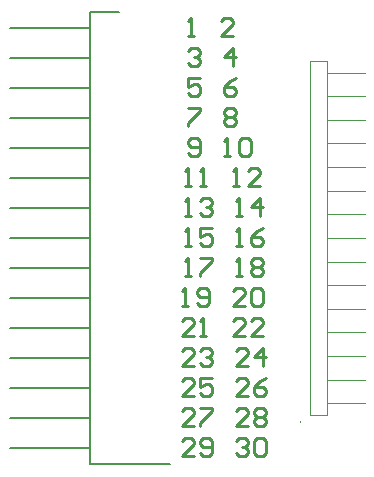
<source format=gto>
G04 Layer_Color=65535*
%FSLAX25Y25*%
%MOIN*%
G70*
G01*
G75*
%ADD10C,0.01000*%
%ADD14C,0.00394*%
%ADD15C,0.00787*%
D10*
X34499Y6000D02*
X30500D01*
X34499Y9999D01*
Y10998D01*
X33499Y11998D01*
X31500D01*
X30500Y10998D01*
X36498Y7000D02*
X37498Y6000D01*
X39497D01*
X40497Y7000D01*
Y10998D01*
X39497Y11998D01*
X37498D01*
X36498Y10998D01*
Y9999D01*
X37498Y8999D01*
X40497D01*
X48494Y10998D02*
X49494Y11998D01*
X51493D01*
X52493Y10998D01*
Y9999D01*
X51493Y8999D01*
X50494D01*
X51493D01*
X52493Y7999D01*
Y7000D01*
X51493Y6000D01*
X49494D01*
X48494Y7000D01*
X54492Y10998D02*
X55492Y11998D01*
X57491D01*
X58491Y10998D01*
Y7000D01*
X57491Y6000D01*
X55492D01*
X54492Y7000D01*
Y10998D01*
X34499Y16000D02*
X30500D01*
X34499Y19999D01*
Y20998D01*
X33499Y21998D01*
X31500D01*
X30500Y20998D01*
X36498Y21998D02*
X40497D01*
Y20998D01*
X36498Y17000D01*
Y16000D01*
X52493D02*
X48494D01*
X52493Y19999D01*
Y20998D01*
X51493Y21998D01*
X49494D01*
X48494Y20998D01*
X54492D02*
X55492Y21998D01*
X57491D01*
X58491Y20998D01*
Y19999D01*
X57491Y18999D01*
X58491Y17999D01*
Y17000D01*
X57491Y16000D01*
X55492D01*
X54492Y17000D01*
Y17999D01*
X55492Y18999D01*
X54492Y19999D01*
Y20998D01*
X55492Y18999D02*
X57491D01*
X34499Y26000D02*
X30500D01*
X34499Y29999D01*
Y30998D01*
X33499Y31998D01*
X31500D01*
X30500Y30998D01*
X40497Y31998D02*
X36498D01*
Y28999D01*
X38497Y29999D01*
X39497D01*
X40497Y28999D01*
Y27000D01*
X39497Y26000D01*
X37498D01*
X36498Y27000D01*
X52493Y26000D02*
X48494D01*
X52493Y29999D01*
Y30998D01*
X51493Y31998D01*
X49494D01*
X48494Y30998D01*
X58491Y31998D02*
X56492Y30998D01*
X54492Y28999D01*
Y27000D01*
X55492Y26000D01*
X57491D01*
X58491Y27000D01*
Y27999D01*
X57491Y28999D01*
X54492D01*
X34499Y36000D02*
X30500D01*
X34499Y39999D01*
Y40998D01*
X33499Y41998D01*
X31500D01*
X30500Y40998D01*
X36498D02*
X37498Y41998D01*
X39497D01*
X40497Y40998D01*
Y39999D01*
X39497Y38999D01*
X38497D01*
X39497D01*
X40497Y37999D01*
Y37000D01*
X39497Y36000D01*
X37498D01*
X36498Y37000D01*
X52493Y36000D02*
X48494D01*
X52493Y39999D01*
Y40998D01*
X51493Y41998D01*
X49494D01*
X48494Y40998D01*
X57491Y36000D02*
Y41998D01*
X54492Y38999D01*
X58491D01*
X34499Y46000D02*
X30500D01*
X34499Y49999D01*
Y50998D01*
X33499Y51998D01*
X31500D01*
X30500Y50998D01*
X36498Y46000D02*
X38497D01*
X37498D01*
Y51998D01*
X36498Y50998D01*
X51493Y46000D02*
X47495D01*
X51493Y49999D01*
Y50998D01*
X50494Y51998D01*
X48494D01*
X47495Y50998D01*
X57491Y46000D02*
X53493D01*
X57491Y49999D01*
Y50998D01*
X56492Y51998D01*
X54492D01*
X53493Y50998D01*
X30500Y56000D02*
X32499D01*
X31500D01*
Y61998D01*
X30500Y60998D01*
X35498Y57000D02*
X36498Y56000D01*
X38497D01*
X39497Y57000D01*
Y60998D01*
X38497Y61998D01*
X36498D01*
X35498Y60998D01*
Y59999D01*
X36498Y58999D01*
X39497D01*
X51493Y56000D02*
X47495D01*
X51493Y59999D01*
Y60998D01*
X50494Y61998D01*
X48494D01*
X47495Y60998D01*
X53493D02*
X54492Y61998D01*
X56492D01*
X57491Y60998D01*
Y57000D01*
X56492Y56000D01*
X54492D01*
X53493Y57000D01*
Y60998D01*
X31500Y66000D02*
X33499D01*
X32500D01*
Y71998D01*
X31500Y70998D01*
X36498Y71998D02*
X40497D01*
Y70998D01*
X36498Y67000D01*
Y66000D01*
X48494D02*
X50494D01*
X49494D01*
Y71998D01*
X48494Y70998D01*
X53493D02*
X54493Y71998D01*
X56492D01*
X57492Y70998D01*
Y69999D01*
X56492Y68999D01*
X57492Y67999D01*
Y67000D01*
X56492Y66000D01*
X54493D01*
X53493Y67000D01*
Y67999D01*
X54493Y68999D01*
X53493Y69999D01*
Y70998D01*
X54493Y68999D02*
X56492D01*
X31500Y76000D02*
X33499D01*
X32500D01*
Y81998D01*
X31500Y80998D01*
X40497Y81998D02*
X36498D01*
Y78999D01*
X38498Y79999D01*
X39497D01*
X40497Y78999D01*
Y77000D01*
X39497Y76000D01*
X37498D01*
X36498Y77000D01*
X48494Y76000D02*
X50494D01*
X49494D01*
Y81998D01*
X48494Y80998D01*
X57492Y81998D02*
X55492Y80998D01*
X53493Y78999D01*
Y77000D01*
X54493Y76000D01*
X56492D01*
X57492Y77000D01*
Y77999D01*
X56492Y78999D01*
X53493D01*
X31500Y86000D02*
X33499D01*
X32500D01*
Y91998D01*
X31500Y90998D01*
X36498D02*
X37498Y91998D01*
X39497D01*
X40497Y90998D01*
Y89999D01*
X39497Y88999D01*
X38498D01*
X39497D01*
X40497Y87999D01*
Y87000D01*
X39497Y86000D01*
X37498D01*
X36498Y87000D01*
X48494Y86000D02*
X50494D01*
X49494D01*
Y91998D01*
X48494Y90998D01*
X56492Y86000D02*
Y91998D01*
X53493Y88999D01*
X57492D01*
X31500Y96000D02*
X33499D01*
X32500D01*
Y101998D01*
X31500Y100998D01*
X36498Y96000D02*
X38498D01*
X37498D01*
Y101998D01*
X36498Y100998D01*
X47495Y96000D02*
X49494D01*
X48494D01*
Y101998D01*
X47495Y100998D01*
X56492Y96000D02*
X52493D01*
X56492Y99999D01*
Y100998D01*
X55492Y101998D01*
X53493D01*
X52493Y100998D01*
X32500Y107000D02*
X33500Y106000D01*
X35499D01*
X36499Y107000D01*
Y110998D01*
X35499Y111998D01*
X33500D01*
X32500Y110998D01*
Y109999D01*
X33500Y108999D01*
X36499D01*
X44496Y106000D02*
X46496D01*
X45496D01*
Y111998D01*
X44496Y110998D01*
X49494D02*
X50494Y111998D01*
X52494D01*
X53493Y110998D01*
Y107000D01*
X52494Y106000D01*
X50494D01*
X49494Y107000D01*
Y110998D01*
X32500Y121998D02*
X36499D01*
Y120998D01*
X32500Y117000D01*
Y116000D01*
X44496Y120998D02*
X45496Y121998D01*
X47495D01*
X48495Y120998D01*
Y119999D01*
X47495Y118999D01*
X48495Y117999D01*
Y117000D01*
X47495Y116000D01*
X45496D01*
X44496Y117000D01*
Y117999D01*
X45496Y118999D01*
X44496Y119999D01*
Y120998D01*
X45496Y118999D02*
X47495D01*
X36499Y131998D02*
X32500D01*
Y128999D01*
X34499Y129999D01*
X35499D01*
X36499Y128999D01*
Y127000D01*
X35499Y126000D01*
X33500D01*
X32500Y127000D01*
X48495Y131998D02*
X46496Y130998D01*
X44496Y128999D01*
Y127000D01*
X45496Y126000D01*
X47495D01*
X48495Y127000D01*
Y127999D01*
X47495Y128999D01*
X44496D01*
X32500Y140998D02*
X33500Y141998D01*
X35499D01*
X36499Y140998D01*
Y139999D01*
X35499Y138999D01*
X34499D01*
X35499D01*
X36499Y137999D01*
Y137000D01*
X35499Y136000D01*
X33500D01*
X32500Y137000D01*
X47495Y136000D02*
Y141998D01*
X44496Y138999D01*
X48495D01*
X32500Y146000D02*
X34499D01*
X33500D01*
Y151998D01*
X32500Y150998D01*
X47495Y146000D02*
X43496D01*
X47495Y149999D01*
Y150998D01*
X46496Y151998D01*
X44496D01*
X43496Y150998D01*
D14*
X69968Y17594D02*
Y17201D01*
Y17594D01*
X73000Y19563D02*
Y137673D01*
X78905D01*
Y19563D02*
Y137673D01*
X73000Y19563D02*
X78905D01*
Y23500D02*
X91504D01*
X78905Y31374D02*
X91504D01*
X78905Y39248D02*
X91504D01*
X78905Y47122D02*
X91504D01*
X78905Y54996D02*
X91504D01*
X78905Y62870D02*
X91504D01*
X78905Y70744D02*
X91504D01*
X78905Y78618D02*
X91504D01*
X78905Y86492D02*
X91504D01*
X78905Y94366D02*
X91504D01*
X78905Y102240D02*
X91504D01*
X78905Y110114D02*
X91504D01*
X78905Y117988D02*
X91504D01*
X78905Y125862D02*
X91504D01*
X78905Y133736D02*
X91504D01*
D15*
X-232Y3106D02*
X26500D01*
X-232D02*
Y153894D01*
X9610D01*
X-26807Y8500D02*
X-232D01*
X-26807Y18500D02*
X-232D01*
X-26807Y28500D02*
X-232D01*
X-26807Y38500D02*
X-232D01*
X-26807Y48500D02*
X-232D01*
X-26807Y58500D02*
X-232D01*
X-26807Y68500D02*
X-232D01*
X-26807Y78500D02*
X-232D01*
X-26807Y88500D02*
X-232D01*
X-26807Y98500D02*
X-232D01*
X-26807Y108500D02*
X-232D01*
X-26807Y118500D02*
X-232D01*
X-26807Y128500D02*
X-232D01*
X-26807Y138500D02*
X-232D01*
X-26807Y148500D02*
X-232D01*
M02*

</source>
